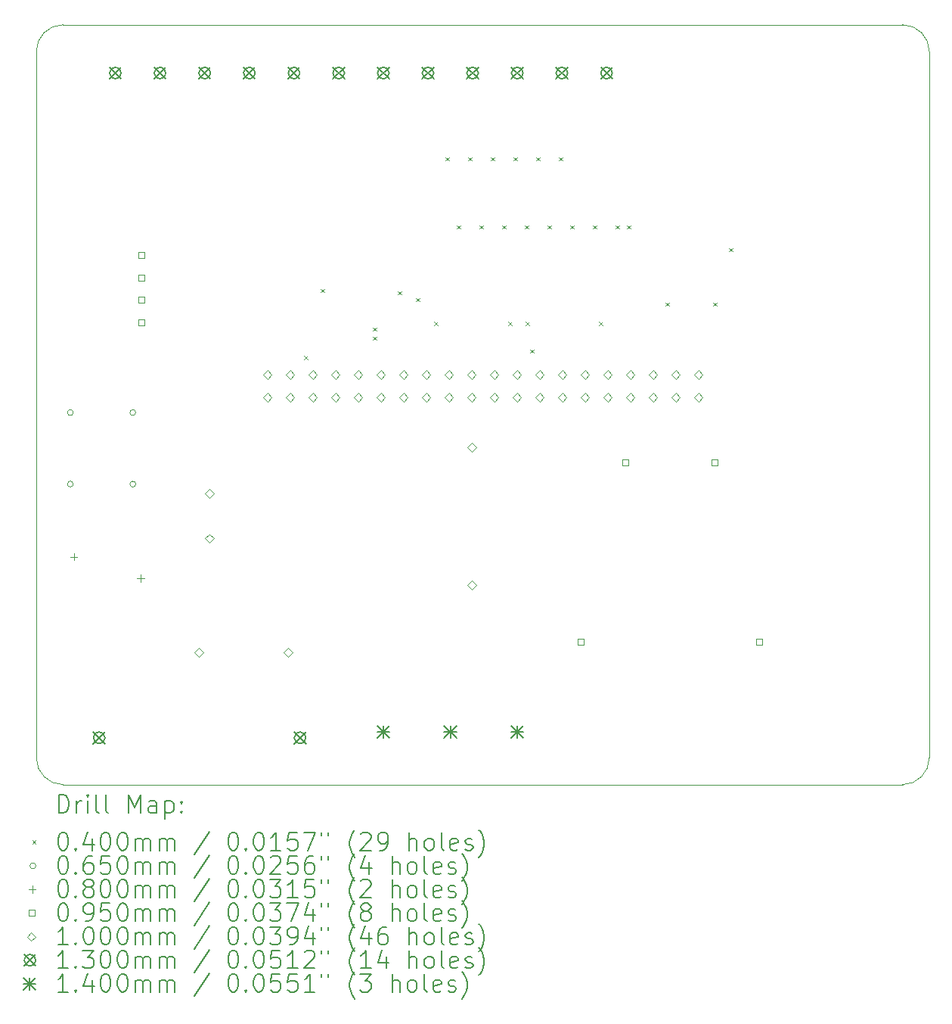
<source format=gbr>
%FSLAX45Y45*%
G04 Gerber Fmt 4.5, Leading zero omitted, Abs format (unit mm)*
G04 Created by KiCad (PCBNEW (6.0.4-0)) date 2022-04-04 15:41:06*
%MOMM*%
%LPD*%
G01*
G04 APERTURE LIST*
%TA.AperFunction,Profile*%
%ADD10C,0.100000*%
%TD*%
%ADD11C,0.200000*%
%ADD12C,0.040000*%
%ADD13C,0.065000*%
%ADD14C,0.080000*%
%ADD15C,0.095000*%
%ADD16C,0.100000*%
%ADD17C,0.130000*%
%ADD18C,0.140000*%
G04 APERTURE END LIST*
D10*
X10300000Y-4850000D02*
G75*
G03*
X10000000Y-5150000I0J-300000D01*
G01*
X20000000Y-5150000D02*
G75*
G03*
X19700000Y-4850000I-300000J0D01*
G01*
X10300000Y-4850000D02*
X19700000Y-4850000D01*
X10000000Y-13050000D02*
G75*
G03*
X10300000Y-13350000I300000J0D01*
G01*
X20000000Y-5150000D02*
X20000000Y-13050000D01*
X19700000Y-13350000D02*
G75*
G03*
X20000000Y-13050000I0J300000D01*
G01*
X19700000Y-13350000D02*
X10300000Y-13350000D01*
X10000000Y-13050000D02*
X10000000Y-5150000D01*
D11*
D12*
X12997500Y-8552500D02*
X13037500Y-8592500D01*
X13037500Y-8552500D02*
X12997500Y-8592500D01*
X13188000Y-7805050D02*
X13228000Y-7845050D01*
X13228000Y-7805050D02*
X13188000Y-7845050D01*
X13772200Y-8235000D02*
X13812200Y-8275000D01*
X13812200Y-8235000D02*
X13772200Y-8275000D01*
X13772200Y-8336600D02*
X13812200Y-8376600D01*
X13812200Y-8336600D02*
X13772200Y-8376600D01*
X14051601Y-7828600D02*
X14091601Y-7868600D01*
X14091601Y-7828600D02*
X14051601Y-7868600D01*
X14254800Y-7904800D02*
X14294800Y-7944800D01*
X14294800Y-7904800D02*
X14254800Y-7944800D01*
X14458000Y-8171500D02*
X14498000Y-8211500D01*
X14498000Y-8171500D02*
X14458000Y-8211500D01*
X14585000Y-6330000D02*
X14625000Y-6370000D01*
X14625000Y-6330000D02*
X14585000Y-6370000D01*
X14712000Y-7092000D02*
X14752000Y-7132000D01*
X14752000Y-7092000D02*
X14712000Y-7132000D01*
X14839000Y-6330000D02*
X14879000Y-6370000D01*
X14879000Y-6330000D02*
X14839000Y-6370000D01*
X14966000Y-7092000D02*
X15006000Y-7132000D01*
X15006000Y-7092000D02*
X14966000Y-7132000D01*
X15093000Y-6330000D02*
X15133000Y-6370000D01*
X15133000Y-6330000D02*
X15093000Y-6370000D01*
X15220000Y-7092000D02*
X15260000Y-7132000D01*
X15260000Y-7092000D02*
X15220000Y-7132000D01*
X15283500Y-8171500D02*
X15323500Y-8211500D01*
X15323500Y-8171500D02*
X15283500Y-8211500D01*
X15347000Y-6330000D02*
X15387000Y-6370000D01*
X15387000Y-6330000D02*
X15347000Y-6370000D01*
X15474000Y-7092000D02*
X15514000Y-7132000D01*
X15514000Y-7092000D02*
X15474000Y-7132000D01*
X15479050Y-8171500D02*
X15519050Y-8211500D01*
X15519050Y-8171500D02*
X15479050Y-8211500D01*
X15529125Y-8480625D02*
X15569125Y-8520625D01*
X15569125Y-8480625D02*
X15529125Y-8520625D01*
X15601000Y-6330000D02*
X15641000Y-6370000D01*
X15641000Y-6330000D02*
X15601000Y-6370000D01*
X15728000Y-7092000D02*
X15768000Y-7132000D01*
X15768000Y-7092000D02*
X15728000Y-7132000D01*
X15855000Y-6330000D02*
X15895000Y-6370000D01*
X15895000Y-6330000D02*
X15855000Y-6370000D01*
X15982000Y-7092000D02*
X16022000Y-7132000D01*
X16022000Y-7092000D02*
X15982000Y-7132000D01*
X16236000Y-7092000D02*
X16276000Y-7132000D01*
X16276000Y-7092000D02*
X16236000Y-7132000D01*
X16299500Y-8171500D02*
X16339500Y-8211500D01*
X16339500Y-8171500D02*
X16299500Y-8211500D01*
X16490000Y-7092000D02*
X16530000Y-7132000D01*
X16530000Y-7092000D02*
X16490000Y-7132000D01*
X16617000Y-7092000D02*
X16657000Y-7132000D01*
X16657000Y-7092000D02*
X16617000Y-7132000D01*
X17048800Y-7955600D02*
X17088800Y-7995600D01*
X17088800Y-7955600D02*
X17048800Y-7995600D01*
X17582200Y-7955600D02*
X17622200Y-7995600D01*
X17622200Y-7955600D02*
X17582200Y-7995600D01*
X17760000Y-7346000D02*
X17800000Y-7386000D01*
X17800000Y-7346000D02*
X17760000Y-7386000D01*
D13*
X10414000Y-9188500D02*
G75*
G03*
X10414000Y-9188500I-32500J0D01*
G01*
X10414000Y-9988500D02*
G75*
G03*
X10414000Y-9988500I-32500J0D01*
G01*
X11114000Y-9188500D02*
G75*
G03*
X11114000Y-9188500I-32500J0D01*
G01*
X11114000Y-9988500D02*
G75*
G03*
X11114000Y-9988500I-32500J0D01*
G01*
D14*
X10420000Y-10762000D02*
X10420000Y-10842000D01*
X10380000Y-10802000D02*
X10460000Y-10802000D01*
X11170000Y-11002000D02*
X11170000Y-11082000D01*
X11130000Y-11042000D02*
X11210000Y-11042000D01*
D15*
X11209588Y-7463088D02*
X11209588Y-7395912D01*
X11142412Y-7395912D01*
X11142412Y-7463088D01*
X11209588Y-7463088D01*
X11209588Y-7713088D02*
X11209588Y-7645912D01*
X11142412Y-7645912D01*
X11142412Y-7713088D01*
X11209588Y-7713088D01*
X11209588Y-7963088D02*
X11209588Y-7895912D01*
X11142412Y-7895912D01*
X11142412Y-7963088D01*
X11209588Y-7963088D01*
X11209588Y-8213088D02*
X11209588Y-8145912D01*
X11142412Y-8145912D01*
X11142412Y-8213088D01*
X11209588Y-8213088D01*
X16127788Y-11783588D02*
X16127788Y-11716412D01*
X16060612Y-11716412D01*
X16060612Y-11783588D01*
X16127788Y-11783588D01*
X16627788Y-9783588D02*
X16627788Y-9716412D01*
X16560612Y-9716412D01*
X16560612Y-9783588D01*
X16627788Y-9783588D01*
X17627788Y-9783588D02*
X17627788Y-9716412D01*
X17560612Y-9716412D01*
X17560612Y-9783588D01*
X17627788Y-9783588D01*
X18127788Y-11783588D02*
X18127788Y-11716412D01*
X18060612Y-11716412D01*
X18060612Y-11783588D01*
X18127788Y-11783588D01*
D16*
X11819000Y-11924500D02*
X11869000Y-11874500D01*
X11819000Y-11824500D01*
X11769000Y-11874500D01*
X11819000Y-11924500D01*
X11938000Y-10146500D02*
X11988000Y-10096500D01*
X11938000Y-10046500D01*
X11888000Y-10096500D01*
X11938000Y-10146500D01*
X11938000Y-10646500D02*
X11988000Y-10596500D01*
X11938000Y-10546500D01*
X11888000Y-10596500D01*
X11938000Y-10646500D01*
X12587000Y-8813000D02*
X12637000Y-8763000D01*
X12587000Y-8713000D01*
X12537000Y-8763000D01*
X12587000Y-8813000D01*
X12587000Y-9067000D02*
X12637000Y-9017000D01*
X12587000Y-8967000D01*
X12537000Y-9017000D01*
X12587000Y-9067000D01*
X12819000Y-11924500D02*
X12869000Y-11874500D01*
X12819000Y-11824500D01*
X12769000Y-11874500D01*
X12819000Y-11924500D01*
X12841000Y-8813000D02*
X12891000Y-8763000D01*
X12841000Y-8713000D01*
X12791000Y-8763000D01*
X12841000Y-8813000D01*
X12841000Y-9067000D02*
X12891000Y-9017000D01*
X12841000Y-8967000D01*
X12791000Y-9017000D01*
X12841000Y-9067000D01*
X13095000Y-8813000D02*
X13145000Y-8763000D01*
X13095000Y-8713000D01*
X13045000Y-8763000D01*
X13095000Y-8813000D01*
X13095000Y-9067000D02*
X13145000Y-9017000D01*
X13095000Y-8967000D01*
X13045000Y-9017000D01*
X13095000Y-9067000D01*
X13349000Y-8813000D02*
X13399000Y-8763000D01*
X13349000Y-8713000D01*
X13299000Y-8763000D01*
X13349000Y-8813000D01*
X13349000Y-9067000D02*
X13399000Y-9017000D01*
X13349000Y-8967000D01*
X13299000Y-9017000D01*
X13349000Y-9067000D01*
X13603000Y-8813000D02*
X13653000Y-8763000D01*
X13603000Y-8713000D01*
X13553000Y-8763000D01*
X13603000Y-8813000D01*
X13603000Y-9067000D02*
X13653000Y-9017000D01*
X13603000Y-8967000D01*
X13553000Y-9017000D01*
X13603000Y-9067000D01*
X13857000Y-8813000D02*
X13907000Y-8763000D01*
X13857000Y-8713000D01*
X13807000Y-8763000D01*
X13857000Y-8813000D01*
X13857000Y-9067000D02*
X13907000Y-9017000D01*
X13857000Y-8967000D01*
X13807000Y-9017000D01*
X13857000Y-9067000D01*
X14111000Y-8813000D02*
X14161000Y-8763000D01*
X14111000Y-8713000D01*
X14061000Y-8763000D01*
X14111000Y-8813000D01*
X14111000Y-9067000D02*
X14161000Y-9017000D01*
X14111000Y-8967000D01*
X14061000Y-9017000D01*
X14111000Y-9067000D01*
X14365000Y-8813000D02*
X14415000Y-8763000D01*
X14365000Y-8713000D01*
X14315000Y-8763000D01*
X14365000Y-8813000D01*
X14365000Y-9067000D02*
X14415000Y-9017000D01*
X14365000Y-8967000D01*
X14315000Y-9017000D01*
X14365000Y-9067000D01*
X14619000Y-8813000D02*
X14669000Y-8763000D01*
X14619000Y-8713000D01*
X14569000Y-8763000D01*
X14619000Y-8813000D01*
X14619000Y-9067000D02*
X14669000Y-9017000D01*
X14619000Y-8967000D01*
X14569000Y-9017000D01*
X14619000Y-9067000D01*
X14873000Y-8813000D02*
X14923000Y-8763000D01*
X14873000Y-8713000D01*
X14823000Y-8763000D01*
X14873000Y-8813000D01*
X14873000Y-9067000D02*
X14923000Y-9017000D01*
X14873000Y-8967000D01*
X14823000Y-9017000D01*
X14873000Y-9067000D01*
X14878000Y-9626500D02*
X14928000Y-9576500D01*
X14878000Y-9526500D01*
X14828000Y-9576500D01*
X14878000Y-9626500D01*
X14878000Y-11166500D02*
X14928000Y-11116500D01*
X14878000Y-11066500D01*
X14828000Y-11116500D01*
X14878000Y-11166500D01*
X15127000Y-8813000D02*
X15177000Y-8763000D01*
X15127000Y-8713000D01*
X15077000Y-8763000D01*
X15127000Y-8813000D01*
X15127000Y-9067000D02*
X15177000Y-9017000D01*
X15127000Y-8967000D01*
X15077000Y-9017000D01*
X15127000Y-9067000D01*
X15381000Y-8813000D02*
X15431000Y-8763000D01*
X15381000Y-8713000D01*
X15331000Y-8763000D01*
X15381000Y-8813000D01*
X15381000Y-9067000D02*
X15431000Y-9017000D01*
X15381000Y-8967000D01*
X15331000Y-9017000D01*
X15381000Y-9067000D01*
X15635000Y-8813000D02*
X15685000Y-8763000D01*
X15635000Y-8713000D01*
X15585000Y-8763000D01*
X15635000Y-8813000D01*
X15635000Y-9067000D02*
X15685000Y-9017000D01*
X15635000Y-8967000D01*
X15585000Y-9017000D01*
X15635000Y-9067000D01*
X15889000Y-8813000D02*
X15939000Y-8763000D01*
X15889000Y-8713000D01*
X15839000Y-8763000D01*
X15889000Y-8813000D01*
X15889000Y-9067000D02*
X15939000Y-9017000D01*
X15889000Y-8967000D01*
X15839000Y-9017000D01*
X15889000Y-9067000D01*
X16143000Y-8813000D02*
X16193000Y-8763000D01*
X16143000Y-8713000D01*
X16093000Y-8763000D01*
X16143000Y-8813000D01*
X16143000Y-9067000D02*
X16193000Y-9017000D01*
X16143000Y-8967000D01*
X16093000Y-9017000D01*
X16143000Y-9067000D01*
X16397000Y-8813000D02*
X16447000Y-8763000D01*
X16397000Y-8713000D01*
X16347000Y-8763000D01*
X16397000Y-8813000D01*
X16397000Y-9067000D02*
X16447000Y-9017000D01*
X16397000Y-8967000D01*
X16347000Y-9017000D01*
X16397000Y-9067000D01*
X16651000Y-8813000D02*
X16701000Y-8763000D01*
X16651000Y-8713000D01*
X16601000Y-8763000D01*
X16651000Y-8813000D01*
X16651000Y-9067000D02*
X16701000Y-9017000D01*
X16651000Y-8967000D01*
X16601000Y-9017000D01*
X16651000Y-9067000D01*
X16905000Y-8813000D02*
X16955000Y-8763000D01*
X16905000Y-8713000D01*
X16855000Y-8763000D01*
X16905000Y-8813000D01*
X16905000Y-9067000D02*
X16955000Y-9017000D01*
X16905000Y-8967000D01*
X16855000Y-9017000D01*
X16905000Y-9067000D01*
X17159000Y-8813000D02*
X17209000Y-8763000D01*
X17159000Y-8713000D01*
X17109000Y-8763000D01*
X17159000Y-8813000D01*
X17159000Y-9067000D02*
X17209000Y-9017000D01*
X17159000Y-8967000D01*
X17109000Y-9017000D01*
X17159000Y-9067000D01*
X17413000Y-8813000D02*
X17463000Y-8763000D01*
X17413000Y-8713000D01*
X17363000Y-8763000D01*
X17413000Y-8813000D01*
X17413000Y-9067000D02*
X17463000Y-9017000D01*
X17413000Y-8967000D01*
X17363000Y-9017000D01*
X17413000Y-9067000D01*
D17*
X10639000Y-12762000D02*
X10769000Y-12892000D01*
X10769000Y-12762000D02*
X10639000Y-12892000D01*
X10769000Y-12827000D02*
G75*
G03*
X10769000Y-12827000I-65000J0D01*
G01*
X10821000Y-5325000D02*
X10951000Y-5455000D01*
X10951000Y-5325000D02*
X10821000Y-5455000D01*
X10951000Y-5390000D02*
G75*
G03*
X10951000Y-5390000I-65000J0D01*
G01*
X11321000Y-5325000D02*
X11451000Y-5455000D01*
X11451000Y-5325000D02*
X11321000Y-5455000D01*
X11451000Y-5390000D02*
G75*
G03*
X11451000Y-5390000I-65000J0D01*
G01*
X11821000Y-5325000D02*
X11951000Y-5455000D01*
X11951000Y-5325000D02*
X11821000Y-5455000D01*
X11951000Y-5390000D02*
G75*
G03*
X11951000Y-5390000I-65000J0D01*
G01*
X12321000Y-5325000D02*
X12451000Y-5455000D01*
X12451000Y-5325000D02*
X12321000Y-5455000D01*
X12451000Y-5390000D02*
G75*
G03*
X12451000Y-5390000I-65000J0D01*
G01*
X12821000Y-5325000D02*
X12951000Y-5455000D01*
X12951000Y-5325000D02*
X12821000Y-5455000D01*
X12951000Y-5390000D02*
G75*
G03*
X12951000Y-5390000I-65000J0D01*
G01*
X12889000Y-12762000D02*
X13019000Y-12892000D01*
X13019000Y-12762000D02*
X12889000Y-12892000D01*
X13019000Y-12827000D02*
G75*
G03*
X13019000Y-12827000I-65000J0D01*
G01*
X13321000Y-5325000D02*
X13451000Y-5455000D01*
X13451000Y-5325000D02*
X13321000Y-5455000D01*
X13451000Y-5390000D02*
G75*
G03*
X13451000Y-5390000I-65000J0D01*
G01*
X13821000Y-5325000D02*
X13951000Y-5455000D01*
X13951000Y-5325000D02*
X13821000Y-5455000D01*
X13951000Y-5390000D02*
G75*
G03*
X13951000Y-5390000I-65000J0D01*
G01*
X14321000Y-5325000D02*
X14451000Y-5455000D01*
X14451000Y-5325000D02*
X14321000Y-5455000D01*
X14451000Y-5390000D02*
G75*
G03*
X14451000Y-5390000I-65000J0D01*
G01*
X14821000Y-5325000D02*
X14951000Y-5455000D01*
X14951000Y-5325000D02*
X14821000Y-5455000D01*
X14951000Y-5390000D02*
G75*
G03*
X14951000Y-5390000I-65000J0D01*
G01*
X15321000Y-5325000D02*
X15451000Y-5455000D01*
X15451000Y-5325000D02*
X15321000Y-5455000D01*
X15451000Y-5390000D02*
G75*
G03*
X15451000Y-5390000I-65000J0D01*
G01*
X15821000Y-5325000D02*
X15951000Y-5455000D01*
X15951000Y-5325000D02*
X15821000Y-5455000D01*
X15951000Y-5390000D02*
G75*
G03*
X15951000Y-5390000I-65000J0D01*
G01*
X16321000Y-5325000D02*
X16451000Y-5455000D01*
X16451000Y-5325000D02*
X16321000Y-5455000D01*
X16451000Y-5390000D02*
G75*
G03*
X16451000Y-5390000I-65000J0D01*
G01*
D18*
X13816000Y-12690000D02*
X13956000Y-12830000D01*
X13956000Y-12690000D02*
X13816000Y-12830000D01*
X13886000Y-12690000D02*
X13886000Y-12830000D01*
X13816000Y-12760000D02*
X13956000Y-12760000D01*
X14566000Y-12690000D02*
X14706000Y-12830000D01*
X14706000Y-12690000D02*
X14566000Y-12830000D01*
X14636000Y-12690000D02*
X14636000Y-12830000D01*
X14566000Y-12760000D02*
X14706000Y-12760000D01*
X15316000Y-12690000D02*
X15456000Y-12830000D01*
X15456000Y-12690000D02*
X15316000Y-12830000D01*
X15386000Y-12690000D02*
X15386000Y-12830000D01*
X15316000Y-12760000D02*
X15456000Y-12760000D01*
D11*
X10252619Y-13665476D02*
X10252619Y-13465476D01*
X10300238Y-13465476D01*
X10328810Y-13475000D01*
X10347857Y-13494048D01*
X10357381Y-13513095D01*
X10366905Y-13551190D01*
X10366905Y-13579762D01*
X10357381Y-13617857D01*
X10347857Y-13636905D01*
X10328810Y-13655952D01*
X10300238Y-13665476D01*
X10252619Y-13665476D01*
X10452619Y-13665476D02*
X10452619Y-13532143D01*
X10452619Y-13570238D02*
X10462143Y-13551190D01*
X10471667Y-13541667D01*
X10490714Y-13532143D01*
X10509762Y-13532143D01*
X10576429Y-13665476D02*
X10576429Y-13532143D01*
X10576429Y-13465476D02*
X10566905Y-13475000D01*
X10576429Y-13484524D01*
X10585952Y-13475000D01*
X10576429Y-13465476D01*
X10576429Y-13484524D01*
X10700238Y-13665476D02*
X10681190Y-13655952D01*
X10671667Y-13636905D01*
X10671667Y-13465476D01*
X10805000Y-13665476D02*
X10785952Y-13655952D01*
X10776429Y-13636905D01*
X10776429Y-13465476D01*
X11033571Y-13665476D02*
X11033571Y-13465476D01*
X11100238Y-13608333D01*
X11166905Y-13465476D01*
X11166905Y-13665476D01*
X11347857Y-13665476D02*
X11347857Y-13560714D01*
X11338333Y-13541667D01*
X11319286Y-13532143D01*
X11281190Y-13532143D01*
X11262143Y-13541667D01*
X11347857Y-13655952D02*
X11328809Y-13665476D01*
X11281190Y-13665476D01*
X11262143Y-13655952D01*
X11252619Y-13636905D01*
X11252619Y-13617857D01*
X11262143Y-13598809D01*
X11281190Y-13589286D01*
X11328809Y-13589286D01*
X11347857Y-13579762D01*
X11443095Y-13532143D02*
X11443095Y-13732143D01*
X11443095Y-13541667D02*
X11462143Y-13532143D01*
X11500238Y-13532143D01*
X11519286Y-13541667D01*
X11528809Y-13551190D01*
X11538333Y-13570238D01*
X11538333Y-13627381D01*
X11528809Y-13646428D01*
X11519286Y-13655952D01*
X11500238Y-13665476D01*
X11462143Y-13665476D01*
X11443095Y-13655952D01*
X11624048Y-13646428D02*
X11633571Y-13655952D01*
X11624048Y-13665476D01*
X11614524Y-13655952D01*
X11624048Y-13646428D01*
X11624048Y-13665476D01*
X11624048Y-13541667D02*
X11633571Y-13551190D01*
X11624048Y-13560714D01*
X11614524Y-13551190D01*
X11624048Y-13541667D01*
X11624048Y-13560714D01*
D12*
X9955000Y-13975000D02*
X9995000Y-14015000D01*
X9995000Y-13975000D02*
X9955000Y-14015000D01*
D11*
X10290714Y-13885476D02*
X10309762Y-13885476D01*
X10328810Y-13895000D01*
X10338333Y-13904524D01*
X10347857Y-13923571D01*
X10357381Y-13961667D01*
X10357381Y-14009286D01*
X10347857Y-14047381D01*
X10338333Y-14066428D01*
X10328810Y-14075952D01*
X10309762Y-14085476D01*
X10290714Y-14085476D01*
X10271667Y-14075952D01*
X10262143Y-14066428D01*
X10252619Y-14047381D01*
X10243095Y-14009286D01*
X10243095Y-13961667D01*
X10252619Y-13923571D01*
X10262143Y-13904524D01*
X10271667Y-13895000D01*
X10290714Y-13885476D01*
X10443095Y-14066428D02*
X10452619Y-14075952D01*
X10443095Y-14085476D01*
X10433571Y-14075952D01*
X10443095Y-14066428D01*
X10443095Y-14085476D01*
X10624048Y-13952143D02*
X10624048Y-14085476D01*
X10576429Y-13875952D02*
X10528810Y-14018809D01*
X10652619Y-14018809D01*
X10766905Y-13885476D02*
X10785952Y-13885476D01*
X10805000Y-13895000D01*
X10814524Y-13904524D01*
X10824048Y-13923571D01*
X10833571Y-13961667D01*
X10833571Y-14009286D01*
X10824048Y-14047381D01*
X10814524Y-14066428D01*
X10805000Y-14075952D01*
X10785952Y-14085476D01*
X10766905Y-14085476D01*
X10747857Y-14075952D01*
X10738333Y-14066428D01*
X10728810Y-14047381D01*
X10719286Y-14009286D01*
X10719286Y-13961667D01*
X10728810Y-13923571D01*
X10738333Y-13904524D01*
X10747857Y-13895000D01*
X10766905Y-13885476D01*
X10957381Y-13885476D02*
X10976429Y-13885476D01*
X10995476Y-13895000D01*
X11005000Y-13904524D01*
X11014524Y-13923571D01*
X11024048Y-13961667D01*
X11024048Y-14009286D01*
X11014524Y-14047381D01*
X11005000Y-14066428D01*
X10995476Y-14075952D01*
X10976429Y-14085476D01*
X10957381Y-14085476D01*
X10938333Y-14075952D01*
X10928810Y-14066428D01*
X10919286Y-14047381D01*
X10909762Y-14009286D01*
X10909762Y-13961667D01*
X10919286Y-13923571D01*
X10928810Y-13904524D01*
X10938333Y-13895000D01*
X10957381Y-13885476D01*
X11109762Y-14085476D02*
X11109762Y-13952143D01*
X11109762Y-13971190D02*
X11119286Y-13961667D01*
X11138333Y-13952143D01*
X11166905Y-13952143D01*
X11185952Y-13961667D01*
X11195476Y-13980714D01*
X11195476Y-14085476D01*
X11195476Y-13980714D02*
X11205000Y-13961667D01*
X11224048Y-13952143D01*
X11252619Y-13952143D01*
X11271667Y-13961667D01*
X11281190Y-13980714D01*
X11281190Y-14085476D01*
X11376428Y-14085476D02*
X11376428Y-13952143D01*
X11376428Y-13971190D02*
X11385952Y-13961667D01*
X11405000Y-13952143D01*
X11433571Y-13952143D01*
X11452619Y-13961667D01*
X11462143Y-13980714D01*
X11462143Y-14085476D01*
X11462143Y-13980714D02*
X11471667Y-13961667D01*
X11490714Y-13952143D01*
X11519286Y-13952143D01*
X11538333Y-13961667D01*
X11547857Y-13980714D01*
X11547857Y-14085476D01*
X11938333Y-13875952D02*
X11766905Y-14133095D01*
X12195476Y-13885476D02*
X12214524Y-13885476D01*
X12233571Y-13895000D01*
X12243095Y-13904524D01*
X12252619Y-13923571D01*
X12262143Y-13961667D01*
X12262143Y-14009286D01*
X12252619Y-14047381D01*
X12243095Y-14066428D01*
X12233571Y-14075952D01*
X12214524Y-14085476D01*
X12195476Y-14085476D01*
X12176428Y-14075952D01*
X12166905Y-14066428D01*
X12157381Y-14047381D01*
X12147857Y-14009286D01*
X12147857Y-13961667D01*
X12157381Y-13923571D01*
X12166905Y-13904524D01*
X12176428Y-13895000D01*
X12195476Y-13885476D01*
X12347857Y-14066428D02*
X12357381Y-14075952D01*
X12347857Y-14085476D01*
X12338333Y-14075952D01*
X12347857Y-14066428D01*
X12347857Y-14085476D01*
X12481190Y-13885476D02*
X12500238Y-13885476D01*
X12519286Y-13895000D01*
X12528809Y-13904524D01*
X12538333Y-13923571D01*
X12547857Y-13961667D01*
X12547857Y-14009286D01*
X12538333Y-14047381D01*
X12528809Y-14066428D01*
X12519286Y-14075952D01*
X12500238Y-14085476D01*
X12481190Y-14085476D01*
X12462143Y-14075952D01*
X12452619Y-14066428D01*
X12443095Y-14047381D01*
X12433571Y-14009286D01*
X12433571Y-13961667D01*
X12443095Y-13923571D01*
X12452619Y-13904524D01*
X12462143Y-13895000D01*
X12481190Y-13885476D01*
X12738333Y-14085476D02*
X12624048Y-14085476D01*
X12681190Y-14085476D02*
X12681190Y-13885476D01*
X12662143Y-13914048D01*
X12643095Y-13933095D01*
X12624048Y-13942619D01*
X12919286Y-13885476D02*
X12824048Y-13885476D01*
X12814524Y-13980714D01*
X12824048Y-13971190D01*
X12843095Y-13961667D01*
X12890714Y-13961667D01*
X12909762Y-13971190D01*
X12919286Y-13980714D01*
X12928809Y-13999762D01*
X12928809Y-14047381D01*
X12919286Y-14066428D01*
X12909762Y-14075952D01*
X12890714Y-14085476D01*
X12843095Y-14085476D01*
X12824048Y-14075952D01*
X12814524Y-14066428D01*
X12995476Y-13885476D02*
X13128809Y-13885476D01*
X13043095Y-14085476D01*
X13195476Y-13885476D02*
X13195476Y-13923571D01*
X13271667Y-13885476D02*
X13271667Y-13923571D01*
X13566905Y-14161667D02*
X13557381Y-14152143D01*
X13538333Y-14123571D01*
X13528809Y-14104524D01*
X13519286Y-14075952D01*
X13509762Y-14028333D01*
X13509762Y-13990238D01*
X13519286Y-13942619D01*
X13528809Y-13914048D01*
X13538333Y-13895000D01*
X13557381Y-13866428D01*
X13566905Y-13856905D01*
X13633571Y-13904524D02*
X13643095Y-13895000D01*
X13662143Y-13885476D01*
X13709762Y-13885476D01*
X13728809Y-13895000D01*
X13738333Y-13904524D01*
X13747857Y-13923571D01*
X13747857Y-13942619D01*
X13738333Y-13971190D01*
X13624048Y-14085476D01*
X13747857Y-14085476D01*
X13843095Y-14085476D02*
X13881190Y-14085476D01*
X13900238Y-14075952D01*
X13909762Y-14066428D01*
X13928809Y-14037857D01*
X13938333Y-13999762D01*
X13938333Y-13923571D01*
X13928809Y-13904524D01*
X13919286Y-13895000D01*
X13900238Y-13885476D01*
X13862143Y-13885476D01*
X13843095Y-13895000D01*
X13833571Y-13904524D01*
X13824048Y-13923571D01*
X13824048Y-13971190D01*
X13833571Y-13990238D01*
X13843095Y-13999762D01*
X13862143Y-14009286D01*
X13900238Y-14009286D01*
X13919286Y-13999762D01*
X13928809Y-13990238D01*
X13938333Y-13971190D01*
X14176428Y-14085476D02*
X14176428Y-13885476D01*
X14262143Y-14085476D02*
X14262143Y-13980714D01*
X14252619Y-13961667D01*
X14233571Y-13952143D01*
X14205000Y-13952143D01*
X14185952Y-13961667D01*
X14176428Y-13971190D01*
X14385952Y-14085476D02*
X14366905Y-14075952D01*
X14357381Y-14066428D01*
X14347857Y-14047381D01*
X14347857Y-13990238D01*
X14357381Y-13971190D01*
X14366905Y-13961667D01*
X14385952Y-13952143D01*
X14414524Y-13952143D01*
X14433571Y-13961667D01*
X14443095Y-13971190D01*
X14452619Y-13990238D01*
X14452619Y-14047381D01*
X14443095Y-14066428D01*
X14433571Y-14075952D01*
X14414524Y-14085476D01*
X14385952Y-14085476D01*
X14566905Y-14085476D02*
X14547857Y-14075952D01*
X14538333Y-14056905D01*
X14538333Y-13885476D01*
X14719286Y-14075952D02*
X14700238Y-14085476D01*
X14662143Y-14085476D01*
X14643095Y-14075952D01*
X14633571Y-14056905D01*
X14633571Y-13980714D01*
X14643095Y-13961667D01*
X14662143Y-13952143D01*
X14700238Y-13952143D01*
X14719286Y-13961667D01*
X14728809Y-13980714D01*
X14728809Y-13999762D01*
X14633571Y-14018809D01*
X14805000Y-14075952D02*
X14824048Y-14085476D01*
X14862143Y-14085476D01*
X14881190Y-14075952D01*
X14890714Y-14056905D01*
X14890714Y-14047381D01*
X14881190Y-14028333D01*
X14862143Y-14018809D01*
X14833571Y-14018809D01*
X14814524Y-14009286D01*
X14805000Y-13990238D01*
X14805000Y-13980714D01*
X14814524Y-13961667D01*
X14833571Y-13952143D01*
X14862143Y-13952143D01*
X14881190Y-13961667D01*
X14957381Y-14161667D02*
X14966905Y-14152143D01*
X14985952Y-14123571D01*
X14995476Y-14104524D01*
X15005000Y-14075952D01*
X15014524Y-14028333D01*
X15014524Y-13990238D01*
X15005000Y-13942619D01*
X14995476Y-13914048D01*
X14985952Y-13895000D01*
X14966905Y-13866428D01*
X14957381Y-13856905D01*
D13*
X9995000Y-14259000D02*
G75*
G03*
X9995000Y-14259000I-32500J0D01*
G01*
D11*
X10290714Y-14149476D02*
X10309762Y-14149476D01*
X10328810Y-14159000D01*
X10338333Y-14168524D01*
X10347857Y-14187571D01*
X10357381Y-14225667D01*
X10357381Y-14273286D01*
X10347857Y-14311381D01*
X10338333Y-14330428D01*
X10328810Y-14339952D01*
X10309762Y-14349476D01*
X10290714Y-14349476D01*
X10271667Y-14339952D01*
X10262143Y-14330428D01*
X10252619Y-14311381D01*
X10243095Y-14273286D01*
X10243095Y-14225667D01*
X10252619Y-14187571D01*
X10262143Y-14168524D01*
X10271667Y-14159000D01*
X10290714Y-14149476D01*
X10443095Y-14330428D02*
X10452619Y-14339952D01*
X10443095Y-14349476D01*
X10433571Y-14339952D01*
X10443095Y-14330428D01*
X10443095Y-14349476D01*
X10624048Y-14149476D02*
X10585952Y-14149476D01*
X10566905Y-14159000D01*
X10557381Y-14168524D01*
X10538333Y-14197095D01*
X10528810Y-14235190D01*
X10528810Y-14311381D01*
X10538333Y-14330428D01*
X10547857Y-14339952D01*
X10566905Y-14349476D01*
X10605000Y-14349476D01*
X10624048Y-14339952D01*
X10633571Y-14330428D01*
X10643095Y-14311381D01*
X10643095Y-14263762D01*
X10633571Y-14244714D01*
X10624048Y-14235190D01*
X10605000Y-14225667D01*
X10566905Y-14225667D01*
X10547857Y-14235190D01*
X10538333Y-14244714D01*
X10528810Y-14263762D01*
X10824048Y-14149476D02*
X10728810Y-14149476D01*
X10719286Y-14244714D01*
X10728810Y-14235190D01*
X10747857Y-14225667D01*
X10795476Y-14225667D01*
X10814524Y-14235190D01*
X10824048Y-14244714D01*
X10833571Y-14263762D01*
X10833571Y-14311381D01*
X10824048Y-14330428D01*
X10814524Y-14339952D01*
X10795476Y-14349476D01*
X10747857Y-14349476D01*
X10728810Y-14339952D01*
X10719286Y-14330428D01*
X10957381Y-14149476D02*
X10976429Y-14149476D01*
X10995476Y-14159000D01*
X11005000Y-14168524D01*
X11014524Y-14187571D01*
X11024048Y-14225667D01*
X11024048Y-14273286D01*
X11014524Y-14311381D01*
X11005000Y-14330428D01*
X10995476Y-14339952D01*
X10976429Y-14349476D01*
X10957381Y-14349476D01*
X10938333Y-14339952D01*
X10928810Y-14330428D01*
X10919286Y-14311381D01*
X10909762Y-14273286D01*
X10909762Y-14225667D01*
X10919286Y-14187571D01*
X10928810Y-14168524D01*
X10938333Y-14159000D01*
X10957381Y-14149476D01*
X11109762Y-14349476D02*
X11109762Y-14216143D01*
X11109762Y-14235190D02*
X11119286Y-14225667D01*
X11138333Y-14216143D01*
X11166905Y-14216143D01*
X11185952Y-14225667D01*
X11195476Y-14244714D01*
X11195476Y-14349476D01*
X11195476Y-14244714D02*
X11205000Y-14225667D01*
X11224048Y-14216143D01*
X11252619Y-14216143D01*
X11271667Y-14225667D01*
X11281190Y-14244714D01*
X11281190Y-14349476D01*
X11376428Y-14349476D02*
X11376428Y-14216143D01*
X11376428Y-14235190D02*
X11385952Y-14225667D01*
X11405000Y-14216143D01*
X11433571Y-14216143D01*
X11452619Y-14225667D01*
X11462143Y-14244714D01*
X11462143Y-14349476D01*
X11462143Y-14244714D02*
X11471667Y-14225667D01*
X11490714Y-14216143D01*
X11519286Y-14216143D01*
X11538333Y-14225667D01*
X11547857Y-14244714D01*
X11547857Y-14349476D01*
X11938333Y-14139952D02*
X11766905Y-14397095D01*
X12195476Y-14149476D02*
X12214524Y-14149476D01*
X12233571Y-14159000D01*
X12243095Y-14168524D01*
X12252619Y-14187571D01*
X12262143Y-14225667D01*
X12262143Y-14273286D01*
X12252619Y-14311381D01*
X12243095Y-14330428D01*
X12233571Y-14339952D01*
X12214524Y-14349476D01*
X12195476Y-14349476D01*
X12176428Y-14339952D01*
X12166905Y-14330428D01*
X12157381Y-14311381D01*
X12147857Y-14273286D01*
X12147857Y-14225667D01*
X12157381Y-14187571D01*
X12166905Y-14168524D01*
X12176428Y-14159000D01*
X12195476Y-14149476D01*
X12347857Y-14330428D02*
X12357381Y-14339952D01*
X12347857Y-14349476D01*
X12338333Y-14339952D01*
X12347857Y-14330428D01*
X12347857Y-14349476D01*
X12481190Y-14149476D02*
X12500238Y-14149476D01*
X12519286Y-14159000D01*
X12528809Y-14168524D01*
X12538333Y-14187571D01*
X12547857Y-14225667D01*
X12547857Y-14273286D01*
X12538333Y-14311381D01*
X12528809Y-14330428D01*
X12519286Y-14339952D01*
X12500238Y-14349476D01*
X12481190Y-14349476D01*
X12462143Y-14339952D01*
X12452619Y-14330428D01*
X12443095Y-14311381D01*
X12433571Y-14273286D01*
X12433571Y-14225667D01*
X12443095Y-14187571D01*
X12452619Y-14168524D01*
X12462143Y-14159000D01*
X12481190Y-14149476D01*
X12624048Y-14168524D02*
X12633571Y-14159000D01*
X12652619Y-14149476D01*
X12700238Y-14149476D01*
X12719286Y-14159000D01*
X12728809Y-14168524D01*
X12738333Y-14187571D01*
X12738333Y-14206619D01*
X12728809Y-14235190D01*
X12614524Y-14349476D01*
X12738333Y-14349476D01*
X12919286Y-14149476D02*
X12824048Y-14149476D01*
X12814524Y-14244714D01*
X12824048Y-14235190D01*
X12843095Y-14225667D01*
X12890714Y-14225667D01*
X12909762Y-14235190D01*
X12919286Y-14244714D01*
X12928809Y-14263762D01*
X12928809Y-14311381D01*
X12919286Y-14330428D01*
X12909762Y-14339952D01*
X12890714Y-14349476D01*
X12843095Y-14349476D01*
X12824048Y-14339952D01*
X12814524Y-14330428D01*
X13100238Y-14149476D02*
X13062143Y-14149476D01*
X13043095Y-14159000D01*
X13033571Y-14168524D01*
X13014524Y-14197095D01*
X13005000Y-14235190D01*
X13005000Y-14311381D01*
X13014524Y-14330428D01*
X13024048Y-14339952D01*
X13043095Y-14349476D01*
X13081190Y-14349476D01*
X13100238Y-14339952D01*
X13109762Y-14330428D01*
X13119286Y-14311381D01*
X13119286Y-14263762D01*
X13109762Y-14244714D01*
X13100238Y-14235190D01*
X13081190Y-14225667D01*
X13043095Y-14225667D01*
X13024048Y-14235190D01*
X13014524Y-14244714D01*
X13005000Y-14263762D01*
X13195476Y-14149476D02*
X13195476Y-14187571D01*
X13271667Y-14149476D02*
X13271667Y-14187571D01*
X13566905Y-14425667D02*
X13557381Y-14416143D01*
X13538333Y-14387571D01*
X13528809Y-14368524D01*
X13519286Y-14339952D01*
X13509762Y-14292333D01*
X13509762Y-14254238D01*
X13519286Y-14206619D01*
X13528809Y-14178048D01*
X13538333Y-14159000D01*
X13557381Y-14130428D01*
X13566905Y-14120905D01*
X13728809Y-14216143D02*
X13728809Y-14349476D01*
X13681190Y-14139952D02*
X13633571Y-14282809D01*
X13757381Y-14282809D01*
X13985952Y-14349476D02*
X13985952Y-14149476D01*
X14071667Y-14349476D02*
X14071667Y-14244714D01*
X14062143Y-14225667D01*
X14043095Y-14216143D01*
X14014524Y-14216143D01*
X13995476Y-14225667D01*
X13985952Y-14235190D01*
X14195476Y-14349476D02*
X14176428Y-14339952D01*
X14166905Y-14330428D01*
X14157381Y-14311381D01*
X14157381Y-14254238D01*
X14166905Y-14235190D01*
X14176428Y-14225667D01*
X14195476Y-14216143D01*
X14224048Y-14216143D01*
X14243095Y-14225667D01*
X14252619Y-14235190D01*
X14262143Y-14254238D01*
X14262143Y-14311381D01*
X14252619Y-14330428D01*
X14243095Y-14339952D01*
X14224048Y-14349476D01*
X14195476Y-14349476D01*
X14376428Y-14349476D02*
X14357381Y-14339952D01*
X14347857Y-14320905D01*
X14347857Y-14149476D01*
X14528809Y-14339952D02*
X14509762Y-14349476D01*
X14471667Y-14349476D01*
X14452619Y-14339952D01*
X14443095Y-14320905D01*
X14443095Y-14244714D01*
X14452619Y-14225667D01*
X14471667Y-14216143D01*
X14509762Y-14216143D01*
X14528809Y-14225667D01*
X14538333Y-14244714D01*
X14538333Y-14263762D01*
X14443095Y-14282809D01*
X14614524Y-14339952D02*
X14633571Y-14349476D01*
X14671667Y-14349476D01*
X14690714Y-14339952D01*
X14700238Y-14320905D01*
X14700238Y-14311381D01*
X14690714Y-14292333D01*
X14671667Y-14282809D01*
X14643095Y-14282809D01*
X14624048Y-14273286D01*
X14614524Y-14254238D01*
X14614524Y-14244714D01*
X14624048Y-14225667D01*
X14643095Y-14216143D01*
X14671667Y-14216143D01*
X14690714Y-14225667D01*
X14766905Y-14425667D02*
X14776428Y-14416143D01*
X14795476Y-14387571D01*
X14805000Y-14368524D01*
X14814524Y-14339952D01*
X14824048Y-14292333D01*
X14824048Y-14254238D01*
X14814524Y-14206619D01*
X14805000Y-14178048D01*
X14795476Y-14159000D01*
X14776428Y-14130428D01*
X14766905Y-14120905D01*
D14*
X9955000Y-14483000D02*
X9955000Y-14563000D01*
X9915000Y-14523000D02*
X9995000Y-14523000D01*
D11*
X10290714Y-14413476D02*
X10309762Y-14413476D01*
X10328810Y-14423000D01*
X10338333Y-14432524D01*
X10347857Y-14451571D01*
X10357381Y-14489667D01*
X10357381Y-14537286D01*
X10347857Y-14575381D01*
X10338333Y-14594428D01*
X10328810Y-14603952D01*
X10309762Y-14613476D01*
X10290714Y-14613476D01*
X10271667Y-14603952D01*
X10262143Y-14594428D01*
X10252619Y-14575381D01*
X10243095Y-14537286D01*
X10243095Y-14489667D01*
X10252619Y-14451571D01*
X10262143Y-14432524D01*
X10271667Y-14423000D01*
X10290714Y-14413476D01*
X10443095Y-14594428D02*
X10452619Y-14603952D01*
X10443095Y-14613476D01*
X10433571Y-14603952D01*
X10443095Y-14594428D01*
X10443095Y-14613476D01*
X10566905Y-14499190D02*
X10547857Y-14489667D01*
X10538333Y-14480143D01*
X10528810Y-14461095D01*
X10528810Y-14451571D01*
X10538333Y-14432524D01*
X10547857Y-14423000D01*
X10566905Y-14413476D01*
X10605000Y-14413476D01*
X10624048Y-14423000D01*
X10633571Y-14432524D01*
X10643095Y-14451571D01*
X10643095Y-14461095D01*
X10633571Y-14480143D01*
X10624048Y-14489667D01*
X10605000Y-14499190D01*
X10566905Y-14499190D01*
X10547857Y-14508714D01*
X10538333Y-14518238D01*
X10528810Y-14537286D01*
X10528810Y-14575381D01*
X10538333Y-14594428D01*
X10547857Y-14603952D01*
X10566905Y-14613476D01*
X10605000Y-14613476D01*
X10624048Y-14603952D01*
X10633571Y-14594428D01*
X10643095Y-14575381D01*
X10643095Y-14537286D01*
X10633571Y-14518238D01*
X10624048Y-14508714D01*
X10605000Y-14499190D01*
X10766905Y-14413476D02*
X10785952Y-14413476D01*
X10805000Y-14423000D01*
X10814524Y-14432524D01*
X10824048Y-14451571D01*
X10833571Y-14489667D01*
X10833571Y-14537286D01*
X10824048Y-14575381D01*
X10814524Y-14594428D01*
X10805000Y-14603952D01*
X10785952Y-14613476D01*
X10766905Y-14613476D01*
X10747857Y-14603952D01*
X10738333Y-14594428D01*
X10728810Y-14575381D01*
X10719286Y-14537286D01*
X10719286Y-14489667D01*
X10728810Y-14451571D01*
X10738333Y-14432524D01*
X10747857Y-14423000D01*
X10766905Y-14413476D01*
X10957381Y-14413476D02*
X10976429Y-14413476D01*
X10995476Y-14423000D01*
X11005000Y-14432524D01*
X11014524Y-14451571D01*
X11024048Y-14489667D01*
X11024048Y-14537286D01*
X11014524Y-14575381D01*
X11005000Y-14594428D01*
X10995476Y-14603952D01*
X10976429Y-14613476D01*
X10957381Y-14613476D01*
X10938333Y-14603952D01*
X10928810Y-14594428D01*
X10919286Y-14575381D01*
X10909762Y-14537286D01*
X10909762Y-14489667D01*
X10919286Y-14451571D01*
X10928810Y-14432524D01*
X10938333Y-14423000D01*
X10957381Y-14413476D01*
X11109762Y-14613476D02*
X11109762Y-14480143D01*
X11109762Y-14499190D02*
X11119286Y-14489667D01*
X11138333Y-14480143D01*
X11166905Y-14480143D01*
X11185952Y-14489667D01*
X11195476Y-14508714D01*
X11195476Y-14613476D01*
X11195476Y-14508714D02*
X11205000Y-14489667D01*
X11224048Y-14480143D01*
X11252619Y-14480143D01*
X11271667Y-14489667D01*
X11281190Y-14508714D01*
X11281190Y-14613476D01*
X11376428Y-14613476D02*
X11376428Y-14480143D01*
X11376428Y-14499190D02*
X11385952Y-14489667D01*
X11405000Y-14480143D01*
X11433571Y-14480143D01*
X11452619Y-14489667D01*
X11462143Y-14508714D01*
X11462143Y-14613476D01*
X11462143Y-14508714D02*
X11471667Y-14489667D01*
X11490714Y-14480143D01*
X11519286Y-14480143D01*
X11538333Y-14489667D01*
X11547857Y-14508714D01*
X11547857Y-14613476D01*
X11938333Y-14403952D02*
X11766905Y-14661095D01*
X12195476Y-14413476D02*
X12214524Y-14413476D01*
X12233571Y-14423000D01*
X12243095Y-14432524D01*
X12252619Y-14451571D01*
X12262143Y-14489667D01*
X12262143Y-14537286D01*
X12252619Y-14575381D01*
X12243095Y-14594428D01*
X12233571Y-14603952D01*
X12214524Y-14613476D01*
X12195476Y-14613476D01*
X12176428Y-14603952D01*
X12166905Y-14594428D01*
X12157381Y-14575381D01*
X12147857Y-14537286D01*
X12147857Y-14489667D01*
X12157381Y-14451571D01*
X12166905Y-14432524D01*
X12176428Y-14423000D01*
X12195476Y-14413476D01*
X12347857Y-14594428D02*
X12357381Y-14603952D01*
X12347857Y-14613476D01*
X12338333Y-14603952D01*
X12347857Y-14594428D01*
X12347857Y-14613476D01*
X12481190Y-14413476D02*
X12500238Y-14413476D01*
X12519286Y-14423000D01*
X12528809Y-14432524D01*
X12538333Y-14451571D01*
X12547857Y-14489667D01*
X12547857Y-14537286D01*
X12538333Y-14575381D01*
X12528809Y-14594428D01*
X12519286Y-14603952D01*
X12500238Y-14613476D01*
X12481190Y-14613476D01*
X12462143Y-14603952D01*
X12452619Y-14594428D01*
X12443095Y-14575381D01*
X12433571Y-14537286D01*
X12433571Y-14489667D01*
X12443095Y-14451571D01*
X12452619Y-14432524D01*
X12462143Y-14423000D01*
X12481190Y-14413476D01*
X12614524Y-14413476D02*
X12738333Y-14413476D01*
X12671667Y-14489667D01*
X12700238Y-14489667D01*
X12719286Y-14499190D01*
X12728809Y-14508714D01*
X12738333Y-14527762D01*
X12738333Y-14575381D01*
X12728809Y-14594428D01*
X12719286Y-14603952D01*
X12700238Y-14613476D01*
X12643095Y-14613476D01*
X12624048Y-14603952D01*
X12614524Y-14594428D01*
X12928809Y-14613476D02*
X12814524Y-14613476D01*
X12871667Y-14613476D02*
X12871667Y-14413476D01*
X12852619Y-14442048D01*
X12833571Y-14461095D01*
X12814524Y-14470619D01*
X13109762Y-14413476D02*
X13014524Y-14413476D01*
X13005000Y-14508714D01*
X13014524Y-14499190D01*
X13033571Y-14489667D01*
X13081190Y-14489667D01*
X13100238Y-14499190D01*
X13109762Y-14508714D01*
X13119286Y-14527762D01*
X13119286Y-14575381D01*
X13109762Y-14594428D01*
X13100238Y-14603952D01*
X13081190Y-14613476D01*
X13033571Y-14613476D01*
X13014524Y-14603952D01*
X13005000Y-14594428D01*
X13195476Y-14413476D02*
X13195476Y-14451571D01*
X13271667Y-14413476D02*
X13271667Y-14451571D01*
X13566905Y-14689667D02*
X13557381Y-14680143D01*
X13538333Y-14651571D01*
X13528809Y-14632524D01*
X13519286Y-14603952D01*
X13509762Y-14556333D01*
X13509762Y-14518238D01*
X13519286Y-14470619D01*
X13528809Y-14442048D01*
X13538333Y-14423000D01*
X13557381Y-14394428D01*
X13566905Y-14384905D01*
X13633571Y-14432524D02*
X13643095Y-14423000D01*
X13662143Y-14413476D01*
X13709762Y-14413476D01*
X13728809Y-14423000D01*
X13738333Y-14432524D01*
X13747857Y-14451571D01*
X13747857Y-14470619D01*
X13738333Y-14499190D01*
X13624048Y-14613476D01*
X13747857Y-14613476D01*
X13985952Y-14613476D02*
X13985952Y-14413476D01*
X14071667Y-14613476D02*
X14071667Y-14508714D01*
X14062143Y-14489667D01*
X14043095Y-14480143D01*
X14014524Y-14480143D01*
X13995476Y-14489667D01*
X13985952Y-14499190D01*
X14195476Y-14613476D02*
X14176428Y-14603952D01*
X14166905Y-14594428D01*
X14157381Y-14575381D01*
X14157381Y-14518238D01*
X14166905Y-14499190D01*
X14176428Y-14489667D01*
X14195476Y-14480143D01*
X14224048Y-14480143D01*
X14243095Y-14489667D01*
X14252619Y-14499190D01*
X14262143Y-14518238D01*
X14262143Y-14575381D01*
X14252619Y-14594428D01*
X14243095Y-14603952D01*
X14224048Y-14613476D01*
X14195476Y-14613476D01*
X14376428Y-14613476D02*
X14357381Y-14603952D01*
X14347857Y-14584905D01*
X14347857Y-14413476D01*
X14528809Y-14603952D02*
X14509762Y-14613476D01*
X14471667Y-14613476D01*
X14452619Y-14603952D01*
X14443095Y-14584905D01*
X14443095Y-14508714D01*
X14452619Y-14489667D01*
X14471667Y-14480143D01*
X14509762Y-14480143D01*
X14528809Y-14489667D01*
X14538333Y-14508714D01*
X14538333Y-14527762D01*
X14443095Y-14546809D01*
X14614524Y-14603952D02*
X14633571Y-14613476D01*
X14671667Y-14613476D01*
X14690714Y-14603952D01*
X14700238Y-14584905D01*
X14700238Y-14575381D01*
X14690714Y-14556333D01*
X14671667Y-14546809D01*
X14643095Y-14546809D01*
X14624048Y-14537286D01*
X14614524Y-14518238D01*
X14614524Y-14508714D01*
X14624048Y-14489667D01*
X14643095Y-14480143D01*
X14671667Y-14480143D01*
X14690714Y-14489667D01*
X14766905Y-14689667D02*
X14776428Y-14680143D01*
X14795476Y-14651571D01*
X14805000Y-14632524D01*
X14814524Y-14603952D01*
X14824048Y-14556333D01*
X14824048Y-14518238D01*
X14814524Y-14470619D01*
X14805000Y-14442048D01*
X14795476Y-14423000D01*
X14776428Y-14394428D01*
X14766905Y-14384905D01*
D15*
X9981088Y-14820588D02*
X9981088Y-14753412D01*
X9913912Y-14753412D01*
X9913912Y-14820588D01*
X9981088Y-14820588D01*
D11*
X10290714Y-14677476D02*
X10309762Y-14677476D01*
X10328810Y-14687000D01*
X10338333Y-14696524D01*
X10347857Y-14715571D01*
X10357381Y-14753667D01*
X10357381Y-14801286D01*
X10347857Y-14839381D01*
X10338333Y-14858428D01*
X10328810Y-14867952D01*
X10309762Y-14877476D01*
X10290714Y-14877476D01*
X10271667Y-14867952D01*
X10262143Y-14858428D01*
X10252619Y-14839381D01*
X10243095Y-14801286D01*
X10243095Y-14753667D01*
X10252619Y-14715571D01*
X10262143Y-14696524D01*
X10271667Y-14687000D01*
X10290714Y-14677476D01*
X10443095Y-14858428D02*
X10452619Y-14867952D01*
X10443095Y-14877476D01*
X10433571Y-14867952D01*
X10443095Y-14858428D01*
X10443095Y-14877476D01*
X10547857Y-14877476D02*
X10585952Y-14877476D01*
X10605000Y-14867952D01*
X10614524Y-14858428D01*
X10633571Y-14829857D01*
X10643095Y-14791762D01*
X10643095Y-14715571D01*
X10633571Y-14696524D01*
X10624048Y-14687000D01*
X10605000Y-14677476D01*
X10566905Y-14677476D01*
X10547857Y-14687000D01*
X10538333Y-14696524D01*
X10528810Y-14715571D01*
X10528810Y-14763190D01*
X10538333Y-14782238D01*
X10547857Y-14791762D01*
X10566905Y-14801286D01*
X10605000Y-14801286D01*
X10624048Y-14791762D01*
X10633571Y-14782238D01*
X10643095Y-14763190D01*
X10824048Y-14677476D02*
X10728810Y-14677476D01*
X10719286Y-14772714D01*
X10728810Y-14763190D01*
X10747857Y-14753667D01*
X10795476Y-14753667D01*
X10814524Y-14763190D01*
X10824048Y-14772714D01*
X10833571Y-14791762D01*
X10833571Y-14839381D01*
X10824048Y-14858428D01*
X10814524Y-14867952D01*
X10795476Y-14877476D01*
X10747857Y-14877476D01*
X10728810Y-14867952D01*
X10719286Y-14858428D01*
X10957381Y-14677476D02*
X10976429Y-14677476D01*
X10995476Y-14687000D01*
X11005000Y-14696524D01*
X11014524Y-14715571D01*
X11024048Y-14753667D01*
X11024048Y-14801286D01*
X11014524Y-14839381D01*
X11005000Y-14858428D01*
X10995476Y-14867952D01*
X10976429Y-14877476D01*
X10957381Y-14877476D01*
X10938333Y-14867952D01*
X10928810Y-14858428D01*
X10919286Y-14839381D01*
X10909762Y-14801286D01*
X10909762Y-14753667D01*
X10919286Y-14715571D01*
X10928810Y-14696524D01*
X10938333Y-14687000D01*
X10957381Y-14677476D01*
X11109762Y-14877476D02*
X11109762Y-14744143D01*
X11109762Y-14763190D02*
X11119286Y-14753667D01*
X11138333Y-14744143D01*
X11166905Y-14744143D01*
X11185952Y-14753667D01*
X11195476Y-14772714D01*
X11195476Y-14877476D01*
X11195476Y-14772714D02*
X11205000Y-14753667D01*
X11224048Y-14744143D01*
X11252619Y-14744143D01*
X11271667Y-14753667D01*
X11281190Y-14772714D01*
X11281190Y-14877476D01*
X11376428Y-14877476D02*
X11376428Y-14744143D01*
X11376428Y-14763190D02*
X11385952Y-14753667D01*
X11405000Y-14744143D01*
X11433571Y-14744143D01*
X11452619Y-14753667D01*
X11462143Y-14772714D01*
X11462143Y-14877476D01*
X11462143Y-14772714D02*
X11471667Y-14753667D01*
X11490714Y-14744143D01*
X11519286Y-14744143D01*
X11538333Y-14753667D01*
X11547857Y-14772714D01*
X11547857Y-14877476D01*
X11938333Y-14667952D02*
X11766905Y-14925095D01*
X12195476Y-14677476D02*
X12214524Y-14677476D01*
X12233571Y-14687000D01*
X12243095Y-14696524D01*
X12252619Y-14715571D01*
X12262143Y-14753667D01*
X12262143Y-14801286D01*
X12252619Y-14839381D01*
X12243095Y-14858428D01*
X12233571Y-14867952D01*
X12214524Y-14877476D01*
X12195476Y-14877476D01*
X12176428Y-14867952D01*
X12166905Y-14858428D01*
X12157381Y-14839381D01*
X12147857Y-14801286D01*
X12147857Y-14753667D01*
X12157381Y-14715571D01*
X12166905Y-14696524D01*
X12176428Y-14687000D01*
X12195476Y-14677476D01*
X12347857Y-14858428D02*
X12357381Y-14867952D01*
X12347857Y-14877476D01*
X12338333Y-14867952D01*
X12347857Y-14858428D01*
X12347857Y-14877476D01*
X12481190Y-14677476D02*
X12500238Y-14677476D01*
X12519286Y-14687000D01*
X12528809Y-14696524D01*
X12538333Y-14715571D01*
X12547857Y-14753667D01*
X12547857Y-14801286D01*
X12538333Y-14839381D01*
X12528809Y-14858428D01*
X12519286Y-14867952D01*
X12500238Y-14877476D01*
X12481190Y-14877476D01*
X12462143Y-14867952D01*
X12452619Y-14858428D01*
X12443095Y-14839381D01*
X12433571Y-14801286D01*
X12433571Y-14753667D01*
X12443095Y-14715571D01*
X12452619Y-14696524D01*
X12462143Y-14687000D01*
X12481190Y-14677476D01*
X12614524Y-14677476D02*
X12738333Y-14677476D01*
X12671667Y-14753667D01*
X12700238Y-14753667D01*
X12719286Y-14763190D01*
X12728809Y-14772714D01*
X12738333Y-14791762D01*
X12738333Y-14839381D01*
X12728809Y-14858428D01*
X12719286Y-14867952D01*
X12700238Y-14877476D01*
X12643095Y-14877476D01*
X12624048Y-14867952D01*
X12614524Y-14858428D01*
X12805000Y-14677476D02*
X12938333Y-14677476D01*
X12852619Y-14877476D01*
X13100238Y-14744143D02*
X13100238Y-14877476D01*
X13052619Y-14667952D02*
X13005000Y-14810809D01*
X13128809Y-14810809D01*
X13195476Y-14677476D02*
X13195476Y-14715571D01*
X13271667Y-14677476D02*
X13271667Y-14715571D01*
X13566905Y-14953667D02*
X13557381Y-14944143D01*
X13538333Y-14915571D01*
X13528809Y-14896524D01*
X13519286Y-14867952D01*
X13509762Y-14820333D01*
X13509762Y-14782238D01*
X13519286Y-14734619D01*
X13528809Y-14706048D01*
X13538333Y-14687000D01*
X13557381Y-14658428D01*
X13566905Y-14648905D01*
X13671667Y-14763190D02*
X13652619Y-14753667D01*
X13643095Y-14744143D01*
X13633571Y-14725095D01*
X13633571Y-14715571D01*
X13643095Y-14696524D01*
X13652619Y-14687000D01*
X13671667Y-14677476D01*
X13709762Y-14677476D01*
X13728809Y-14687000D01*
X13738333Y-14696524D01*
X13747857Y-14715571D01*
X13747857Y-14725095D01*
X13738333Y-14744143D01*
X13728809Y-14753667D01*
X13709762Y-14763190D01*
X13671667Y-14763190D01*
X13652619Y-14772714D01*
X13643095Y-14782238D01*
X13633571Y-14801286D01*
X13633571Y-14839381D01*
X13643095Y-14858428D01*
X13652619Y-14867952D01*
X13671667Y-14877476D01*
X13709762Y-14877476D01*
X13728809Y-14867952D01*
X13738333Y-14858428D01*
X13747857Y-14839381D01*
X13747857Y-14801286D01*
X13738333Y-14782238D01*
X13728809Y-14772714D01*
X13709762Y-14763190D01*
X13985952Y-14877476D02*
X13985952Y-14677476D01*
X14071667Y-14877476D02*
X14071667Y-14772714D01*
X14062143Y-14753667D01*
X14043095Y-14744143D01*
X14014524Y-14744143D01*
X13995476Y-14753667D01*
X13985952Y-14763190D01*
X14195476Y-14877476D02*
X14176428Y-14867952D01*
X14166905Y-14858428D01*
X14157381Y-14839381D01*
X14157381Y-14782238D01*
X14166905Y-14763190D01*
X14176428Y-14753667D01*
X14195476Y-14744143D01*
X14224048Y-14744143D01*
X14243095Y-14753667D01*
X14252619Y-14763190D01*
X14262143Y-14782238D01*
X14262143Y-14839381D01*
X14252619Y-14858428D01*
X14243095Y-14867952D01*
X14224048Y-14877476D01*
X14195476Y-14877476D01*
X14376428Y-14877476D02*
X14357381Y-14867952D01*
X14347857Y-14848905D01*
X14347857Y-14677476D01*
X14528809Y-14867952D02*
X14509762Y-14877476D01*
X14471667Y-14877476D01*
X14452619Y-14867952D01*
X14443095Y-14848905D01*
X14443095Y-14772714D01*
X14452619Y-14753667D01*
X14471667Y-14744143D01*
X14509762Y-14744143D01*
X14528809Y-14753667D01*
X14538333Y-14772714D01*
X14538333Y-14791762D01*
X14443095Y-14810809D01*
X14614524Y-14867952D02*
X14633571Y-14877476D01*
X14671667Y-14877476D01*
X14690714Y-14867952D01*
X14700238Y-14848905D01*
X14700238Y-14839381D01*
X14690714Y-14820333D01*
X14671667Y-14810809D01*
X14643095Y-14810809D01*
X14624048Y-14801286D01*
X14614524Y-14782238D01*
X14614524Y-14772714D01*
X14624048Y-14753667D01*
X14643095Y-14744143D01*
X14671667Y-14744143D01*
X14690714Y-14753667D01*
X14766905Y-14953667D02*
X14776428Y-14944143D01*
X14795476Y-14915571D01*
X14805000Y-14896524D01*
X14814524Y-14867952D01*
X14824048Y-14820333D01*
X14824048Y-14782238D01*
X14814524Y-14734619D01*
X14805000Y-14706048D01*
X14795476Y-14687000D01*
X14776428Y-14658428D01*
X14766905Y-14648905D01*
D16*
X9945000Y-15101000D02*
X9995000Y-15051000D01*
X9945000Y-15001000D01*
X9895000Y-15051000D01*
X9945000Y-15101000D01*
D11*
X10357381Y-15141476D02*
X10243095Y-15141476D01*
X10300238Y-15141476D02*
X10300238Y-14941476D01*
X10281190Y-14970048D01*
X10262143Y-14989095D01*
X10243095Y-14998619D01*
X10443095Y-15122428D02*
X10452619Y-15131952D01*
X10443095Y-15141476D01*
X10433571Y-15131952D01*
X10443095Y-15122428D01*
X10443095Y-15141476D01*
X10576429Y-14941476D02*
X10595476Y-14941476D01*
X10614524Y-14951000D01*
X10624048Y-14960524D01*
X10633571Y-14979571D01*
X10643095Y-15017667D01*
X10643095Y-15065286D01*
X10633571Y-15103381D01*
X10624048Y-15122428D01*
X10614524Y-15131952D01*
X10595476Y-15141476D01*
X10576429Y-15141476D01*
X10557381Y-15131952D01*
X10547857Y-15122428D01*
X10538333Y-15103381D01*
X10528810Y-15065286D01*
X10528810Y-15017667D01*
X10538333Y-14979571D01*
X10547857Y-14960524D01*
X10557381Y-14951000D01*
X10576429Y-14941476D01*
X10766905Y-14941476D02*
X10785952Y-14941476D01*
X10805000Y-14951000D01*
X10814524Y-14960524D01*
X10824048Y-14979571D01*
X10833571Y-15017667D01*
X10833571Y-15065286D01*
X10824048Y-15103381D01*
X10814524Y-15122428D01*
X10805000Y-15131952D01*
X10785952Y-15141476D01*
X10766905Y-15141476D01*
X10747857Y-15131952D01*
X10738333Y-15122428D01*
X10728810Y-15103381D01*
X10719286Y-15065286D01*
X10719286Y-15017667D01*
X10728810Y-14979571D01*
X10738333Y-14960524D01*
X10747857Y-14951000D01*
X10766905Y-14941476D01*
X10957381Y-14941476D02*
X10976429Y-14941476D01*
X10995476Y-14951000D01*
X11005000Y-14960524D01*
X11014524Y-14979571D01*
X11024048Y-15017667D01*
X11024048Y-15065286D01*
X11014524Y-15103381D01*
X11005000Y-15122428D01*
X10995476Y-15131952D01*
X10976429Y-15141476D01*
X10957381Y-15141476D01*
X10938333Y-15131952D01*
X10928810Y-15122428D01*
X10919286Y-15103381D01*
X10909762Y-15065286D01*
X10909762Y-15017667D01*
X10919286Y-14979571D01*
X10928810Y-14960524D01*
X10938333Y-14951000D01*
X10957381Y-14941476D01*
X11109762Y-15141476D02*
X11109762Y-15008143D01*
X11109762Y-15027190D02*
X11119286Y-15017667D01*
X11138333Y-15008143D01*
X11166905Y-15008143D01*
X11185952Y-15017667D01*
X11195476Y-15036714D01*
X11195476Y-15141476D01*
X11195476Y-15036714D02*
X11205000Y-15017667D01*
X11224048Y-15008143D01*
X11252619Y-15008143D01*
X11271667Y-15017667D01*
X11281190Y-15036714D01*
X11281190Y-15141476D01*
X11376428Y-15141476D02*
X11376428Y-15008143D01*
X11376428Y-15027190D02*
X11385952Y-15017667D01*
X11405000Y-15008143D01*
X11433571Y-15008143D01*
X11452619Y-15017667D01*
X11462143Y-15036714D01*
X11462143Y-15141476D01*
X11462143Y-15036714D02*
X11471667Y-15017667D01*
X11490714Y-15008143D01*
X11519286Y-15008143D01*
X11538333Y-15017667D01*
X11547857Y-15036714D01*
X11547857Y-15141476D01*
X11938333Y-14931952D02*
X11766905Y-15189095D01*
X12195476Y-14941476D02*
X12214524Y-14941476D01*
X12233571Y-14951000D01*
X12243095Y-14960524D01*
X12252619Y-14979571D01*
X12262143Y-15017667D01*
X12262143Y-15065286D01*
X12252619Y-15103381D01*
X12243095Y-15122428D01*
X12233571Y-15131952D01*
X12214524Y-15141476D01*
X12195476Y-15141476D01*
X12176428Y-15131952D01*
X12166905Y-15122428D01*
X12157381Y-15103381D01*
X12147857Y-15065286D01*
X12147857Y-15017667D01*
X12157381Y-14979571D01*
X12166905Y-14960524D01*
X12176428Y-14951000D01*
X12195476Y-14941476D01*
X12347857Y-15122428D02*
X12357381Y-15131952D01*
X12347857Y-15141476D01*
X12338333Y-15131952D01*
X12347857Y-15122428D01*
X12347857Y-15141476D01*
X12481190Y-14941476D02*
X12500238Y-14941476D01*
X12519286Y-14951000D01*
X12528809Y-14960524D01*
X12538333Y-14979571D01*
X12547857Y-15017667D01*
X12547857Y-15065286D01*
X12538333Y-15103381D01*
X12528809Y-15122428D01*
X12519286Y-15131952D01*
X12500238Y-15141476D01*
X12481190Y-15141476D01*
X12462143Y-15131952D01*
X12452619Y-15122428D01*
X12443095Y-15103381D01*
X12433571Y-15065286D01*
X12433571Y-15017667D01*
X12443095Y-14979571D01*
X12452619Y-14960524D01*
X12462143Y-14951000D01*
X12481190Y-14941476D01*
X12614524Y-14941476D02*
X12738333Y-14941476D01*
X12671667Y-15017667D01*
X12700238Y-15017667D01*
X12719286Y-15027190D01*
X12728809Y-15036714D01*
X12738333Y-15055762D01*
X12738333Y-15103381D01*
X12728809Y-15122428D01*
X12719286Y-15131952D01*
X12700238Y-15141476D01*
X12643095Y-15141476D01*
X12624048Y-15131952D01*
X12614524Y-15122428D01*
X12833571Y-15141476D02*
X12871667Y-15141476D01*
X12890714Y-15131952D01*
X12900238Y-15122428D01*
X12919286Y-15093857D01*
X12928809Y-15055762D01*
X12928809Y-14979571D01*
X12919286Y-14960524D01*
X12909762Y-14951000D01*
X12890714Y-14941476D01*
X12852619Y-14941476D01*
X12833571Y-14951000D01*
X12824048Y-14960524D01*
X12814524Y-14979571D01*
X12814524Y-15027190D01*
X12824048Y-15046238D01*
X12833571Y-15055762D01*
X12852619Y-15065286D01*
X12890714Y-15065286D01*
X12909762Y-15055762D01*
X12919286Y-15046238D01*
X12928809Y-15027190D01*
X13100238Y-15008143D02*
X13100238Y-15141476D01*
X13052619Y-14931952D02*
X13005000Y-15074809D01*
X13128809Y-15074809D01*
X13195476Y-14941476D02*
X13195476Y-14979571D01*
X13271667Y-14941476D02*
X13271667Y-14979571D01*
X13566905Y-15217667D02*
X13557381Y-15208143D01*
X13538333Y-15179571D01*
X13528809Y-15160524D01*
X13519286Y-15131952D01*
X13509762Y-15084333D01*
X13509762Y-15046238D01*
X13519286Y-14998619D01*
X13528809Y-14970048D01*
X13538333Y-14951000D01*
X13557381Y-14922428D01*
X13566905Y-14912905D01*
X13728809Y-15008143D02*
X13728809Y-15141476D01*
X13681190Y-14931952D02*
X13633571Y-15074809D01*
X13757381Y-15074809D01*
X13919286Y-14941476D02*
X13881190Y-14941476D01*
X13862143Y-14951000D01*
X13852619Y-14960524D01*
X13833571Y-14989095D01*
X13824048Y-15027190D01*
X13824048Y-15103381D01*
X13833571Y-15122428D01*
X13843095Y-15131952D01*
X13862143Y-15141476D01*
X13900238Y-15141476D01*
X13919286Y-15131952D01*
X13928809Y-15122428D01*
X13938333Y-15103381D01*
X13938333Y-15055762D01*
X13928809Y-15036714D01*
X13919286Y-15027190D01*
X13900238Y-15017667D01*
X13862143Y-15017667D01*
X13843095Y-15027190D01*
X13833571Y-15036714D01*
X13824048Y-15055762D01*
X14176428Y-15141476D02*
X14176428Y-14941476D01*
X14262143Y-15141476D02*
X14262143Y-15036714D01*
X14252619Y-15017667D01*
X14233571Y-15008143D01*
X14205000Y-15008143D01*
X14185952Y-15017667D01*
X14176428Y-15027190D01*
X14385952Y-15141476D02*
X14366905Y-15131952D01*
X14357381Y-15122428D01*
X14347857Y-15103381D01*
X14347857Y-15046238D01*
X14357381Y-15027190D01*
X14366905Y-15017667D01*
X14385952Y-15008143D01*
X14414524Y-15008143D01*
X14433571Y-15017667D01*
X14443095Y-15027190D01*
X14452619Y-15046238D01*
X14452619Y-15103381D01*
X14443095Y-15122428D01*
X14433571Y-15131952D01*
X14414524Y-15141476D01*
X14385952Y-15141476D01*
X14566905Y-15141476D02*
X14547857Y-15131952D01*
X14538333Y-15112905D01*
X14538333Y-14941476D01*
X14719286Y-15131952D02*
X14700238Y-15141476D01*
X14662143Y-15141476D01*
X14643095Y-15131952D01*
X14633571Y-15112905D01*
X14633571Y-15036714D01*
X14643095Y-15017667D01*
X14662143Y-15008143D01*
X14700238Y-15008143D01*
X14719286Y-15017667D01*
X14728809Y-15036714D01*
X14728809Y-15055762D01*
X14633571Y-15074809D01*
X14805000Y-15131952D02*
X14824048Y-15141476D01*
X14862143Y-15141476D01*
X14881190Y-15131952D01*
X14890714Y-15112905D01*
X14890714Y-15103381D01*
X14881190Y-15084333D01*
X14862143Y-15074809D01*
X14833571Y-15074809D01*
X14814524Y-15065286D01*
X14805000Y-15046238D01*
X14805000Y-15036714D01*
X14814524Y-15017667D01*
X14833571Y-15008143D01*
X14862143Y-15008143D01*
X14881190Y-15017667D01*
X14957381Y-15217667D02*
X14966905Y-15208143D01*
X14985952Y-15179571D01*
X14995476Y-15160524D01*
X15005000Y-15131952D01*
X15014524Y-15084333D01*
X15014524Y-15046238D01*
X15005000Y-14998619D01*
X14995476Y-14970048D01*
X14985952Y-14951000D01*
X14966905Y-14922428D01*
X14957381Y-14912905D01*
D17*
X9865000Y-15250000D02*
X9995000Y-15380000D01*
X9995000Y-15250000D02*
X9865000Y-15380000D01*
X9995000Y-15315000D02*
G75*
G03*
X9995000Y-15315000I-65000J0D01*
G01*
D11*
X10357381Y-15405476D02*
X10243095Y-15405476D01*
X10300238Y-15405476D02*
X10300238Y-15205476D01*
X10281190Y-15234048D01*
X10262143Y-15253095D01*
X10243095Y-15262619D01*
X10443095Y-15386428D02*
X10452619Y-15395952D01*
X10443095Y-15405476D01*
X10433571Y-15395952D01*
X10443095Y-15386428D01*
X10443095Y-15405476D01*
X10519286Y-15205476D02*
X10643095Y-15205476D01*
X10576429Y-15281667D01*
X10605000Y-15281667D01*
X10624048Y-15291190D01*
X10633571Y-15300714D01*
X10643095Y-15319762D01*
X10643095Y-15367381D01*
X10633571Y-15386428D01*
X10624048Y-15395952D01*
X10605000Y-15405476D01*
X10547857Y-15405476D01*
X10528810Y-15395952D01*
X10519286Y-15386428D01*
X10766905Y-15205476D02*
X10785952Y-15205476D01*
X10805000Y-15215000D01*
X10814524Y-15224524D01*
X10824048Y-15243571D01*
X10833571Y-15281667D01*
X10833571Y-15329286D01*
X10824048Y-15367381D01*
X10814524Y-15386428D01*
X10805000Y-15395952D01*
X10785952Y-15405476D01*
X10766905Y-15405476D01*
X10747857Y-15395952D01*
X10738333Y-15386428D01*
X10728810Y-15367381D01*
X10719286Y-15329286D01*
X10719286Y-15281667D01*
X10728810Y-15243571D01*
X10738333Y-15224524D01*
X10747857Y-15215000D01*
X10766905Y-15205476D01*
X10957381Y-15205476D02*
X10976429Y-15205476D01*
X10995476Y-15215000D01*
X11005000Y-15224524D01*
X11014524Y-15243571D01*
X11024048Y-15281667D01*
X11024048Y-15329286D01*
X11014524Y-15367381D01*
X11005000Y-15386428D01*
X10995476Y-15395952D01*
X10976429Y-15405476D01*
X10957381Y-15405476D01*
X10938333Y-15395952D01*
X10928810Y-15386428D01*
X10919286Y-15367381D01*
X10909762Y-15329286D01*
X10909762Y-15281667D01*
X10919286Y-15243571D01*
X10928810Y-15224524D01*
X10938333Y-15215000D01*
X10957381Y-15205476D01*
X11109762Y-15405476D02*
X11109762Y-15272143D01*
X11109762Y-15291190D02*
X11119286Y-15281667D01*
X11138333Y-15272143D01*
X11166905Y-15272143D01*
X11185952Y-15281667D01*
X11195476Y-15300714D01*
X11195476Y-15405476D01*
X11195476Y-15300714D02*
X11205000Y-15281667D01*
X11224048Y-15272143D01*
X11252619Y-15272143D01*
X11271667Y-15281667D01*
X11281190Y-15300714D01*
X11281190Y-15405476D01*
X11376428Y-15405476D02*
X11376428Y-15272143D01*
X11376428Y-15291190D02*
X11385952Y-15281667D01*
X11405000Y-15272143D01*
X11433571Y-15272143D01*
X11452619Y-15281667D01*
X11462143Y-15300714D01*
X11462143Y-15405476D01*
X11462143Y-15300714D02*
X11471667Y-15281667D01*
X11490714Y-15272143D01*
X11519286Y-15272143D01*
X11538333Y-15281667D01*
X11547857Y-15300714D01*
X11547857Y-15405476D01*
X11938333Y-15195952D02*
X11766905Y-15453095D01*
X12195476Y-15205476D02*
X12214524Y-15205476D01*
X12233571Y-15215000D01*
X12243095Y-15224524D01*
X12252619Y-15243571D01*
X12262143Y-15281667D01*
X12262143Y-15329286D01*
X12252619Y-15367381D01*
X12243095Y-15386428D01*
X12233571Y-15395952D01*
X12214524Y-15405476D01*
X12195476Y-15405476D01*
X12176428Y-15395952D01*
X12166905Y-15386428D01*
X12157381Y-15367381D01*
X12147857Y-15329286D01*
X12147857Y-15281667D01*
X12157381Y-15243571D01*
X12166905Y-15224524D01*
X12176428Y-15215000D01*
X12195476Y-15205476D01*
X12347857Y-15386428D02*
X12357381Y-15395952D01*
X12347857Y-15405476D01*
X12338333Y-15395952D01*
X12347857Y-15386428D01*
X12347857Y-15405476D01*
X12481190Y-15205476D02*
X12500238Y-15205476D01*
X12519286Y-15215000D01*
X12528809Y-15224524D01*
X12538333Y-15243571D01*
X12547857Y-15281667D01*
X12547857Y-15329286D01*
X12538333Y-15367381D01*
X12528809Y-15386428D01*
X12519286Y-15395952D01*
X12500238Y-15405476D01*
X12481190Y-15405476D01*
X12462143Y-15395952D01*
X12452619Y-15386428D01*
X12443095Y-15367381D01*
X12433571Y-15329286D01*
X12433571Y-15281667D01*
X12443095Y-15243571D01*
X12452619Y-15224524D01*
X12462143Y-15215000D01*
X12481190Y-15205476D01*
X12728809Y-15205476D02*
X12633571Y-15205476D01*
X12624048Y-15300714D01*
X12633571Y-15291190D01*
X12652619Y-15281667D01*
X12700238Y-15281667D01*
X12719286Y-15291190D01*
X12728809Y-15300714D01*
X12738333Y-15319762D01*
X12738333Y-15367381D01*
X12728809Y-15386428D01*
X12719286Y-15395952D01*
X12700238Y-15405476D01*
X12652619Y-15405476D01*
X12633571Y-15395952D01*
X12624048Y-15386428D01*
X12928809Y-15405476D02*
X12814524Y-15405476D01*
X12871667Y-15405476D02*
X12871667Y-15205476D01*
X12852619Y-15234048D01*
X12833571Y-15253095D01*
X12814524Y-15262619D01*
X13005000Y-15224524D02*
X13014524Y-15215000D01*
X13033571Y-15205476D01*
X13081190Y-15205476D01*
X13100238Y-15215000D01*
X13109762Y-15224524D01*
X13119286Y-15243571D01*
X13119286Y-15262619D01*
X13109762Y-15291190D01*
X12995476Y-15405476D01*
X13119286Y-15405476D01*
X13195476Y-15205476D02*
X13195476Y-15243571D01*
X13271667Y-15205476D02*
X13271667Y-15243571D01*
X13566905Y-15481667D02*
X13557381Y-15472143D01*
X13538333Y-15443571D01*
X13528809Y-15424524D01*
X13519286Y-15395952D01*
X13509762Y-15348333D01*
X13509762Y-15310238D01*
X13519286Y-15262619D01*
X13528809Y-15234048D01*
X13538333Y-15215000D01*
X13557381Y-15186428D01*
X13566905Y-15176905D01*
X13747857Y-15405476D02*
X13633571Y-15405476D01*
X13690714Y-15405476D02*
X13690714Y-15205476D01*
X13671667Y-15234048D01*
X13652619Y-15253095D01*
X13633571Y-15262619D01*
X13919286Y-15272143D02*
X13919286Y-15405476D01*
X13871667Y-15195952D02*
X13824048Y-15338809D01*
X13947857Y-15338809D01*
X14176428Y-15405476D02*
X14176428Y-15205476D01*
X14262143Y-15405476D02*
X14262143Y-15300714D01*
X14252619Y-15281667D01*
X14233571Y-15272143D01*
X14205000Y-15272143D01*
X14185952Y-15281667D01*
X14176428Y-15291190D01*
X14385952Y-15405476D02*
X14366905Y-15395952D01*
X14357381Y-15386428D01*
X14347857Y-15367381D01*
X14347857Y-15310238D01*
X14357381Y-15291190D01*
X14366905Y-15281667D01*
X14385952Y-15272143D01*
X14414524Y-15272143D01*
X14433571Y-15281667D01*
X14443095Y-15291190D01*
X14452619Y-15310238D01*
X14452619Y-15367381D01*
X14443095Y-15386428D01*
X14433571Y-15395952D01*
X14414524Y-15405476D01*
X14385952Y-15405476D01*
X14566905Y-15405476D02*
X14547857Y-15395952D01*
X14538333Y-15376905D01*
X14538333Y-15205476D01*
X14719286Y-15395952D02*
X14700238Y-15405476D01*
X14662143Y-15405476D01*
X14643095Y-15395952D01*
X14633571Y-15376905D01*
X14633571Y-15300714D01*
X14643095Y-15281667D01*
X14662143Y-15272143D01*
X14700238Y-15272143D01*
X14719286Y-15281667D01*
X14728809Y-15300714D01*
X14728809Y-15319762D01*
X14633571Y-15338809D01*
X14805000Y-15395952D02*
X14824048Y-15405476D01*
X14862143Y-15405476D01*
X14881190Y-15395952D01*
X14890714Y-15376905D01*
X14890714Y-15367381D01*
X14881190Y-15348333D01*
X14862143Y-15338809D01*
X14833571Y-15338809D01*
X14814524Y-15329286D01*
X14805000Y-15310238D01*
X14805000Y-15300714D01*
X14814524Y-15281667D01*
X14833571Y-15272143D01*
X14862143Y-15272143D01*
X14881190Y-15281667D01*
X14957381Y-15481667D02*
X14966905Y-15472143D01*
X14985952Y-15443571D01*
X14995476Y-15424524D01*
X15005000Y-15395952D01*
X15014524Y-15348333D01*
X15014524Y-15310238D01*
X15005000Y-15262619D01*
X14995476Y-15234048D01*
X14985952Y-15215000D01*
X14966905Y-15186428D01*
X14957381Y-15176905D01*
D18*
X9855000Y-15509000D02*
X9995000Y-15649000D01*
X9995000Y-15509000D02*
X9855000Y-15649000D01*
X9925000Y-15509000D02*
X9925000Y-15649000D01*
X9855000Y-15579000D02*
X9995000Y-15579000D01*
D11*
X10357381Y-15669476D02*
X10243095Y-15669476D01*
X10300238Y-15669476D02*
X10300238Y-15469476D01*
X10281190Y-15498048D01*
X10262143Y-15517095D01*
X10243095Y-15526619D01*
X10443095Y-15650428D02*
X10452619Y-15659952D01*
X10443095Y-15669476D01*
X10433571Y-15659952D01*
X10443095Y-15650428D01*
X10443095Y-15669476D01*
X10624048Y-15536143D02*
X10624048Y-15669476D01*
X10576429Y-15459952D02*
X10528810Y-15602809D01*
X10652619Y-15602809D01*
X10766905Y-15469476D02*
X10785952Y-15469476D01*
X10805000Y-15479000D01*
X10814524Y-15488524D01*
X10824048Y-15507571D01*
X10833571Y-15545667D01*
X10833571Y-15593286D01*
X10824048Y-15631381D01*
X10814524Y-15650428D01*
X10805000Y-15659952D01*
X10785952Y-15669476D01*
X10766905Y-15669476D01*
X10747857Y-15659952D01*
X10738333Y-15650428D01*
X10728810Y-15631381D01*
X10719286Y-15593286D01*
X10719286Y-15545667D01*
X10728810Y-15507571D01*
X10738333Y-15488524D01*
X10747857Y-15479000D01*
X10766905Y-15469476D01*
X10957381Y-15469476D02*
X10976429Y-15469476D01*
X10995476Y-15479000D01*
X11005000Y-15488524D01*
X11014524Y-15507571D01*
X11024048Y-15545667D01*
X11024048Y-15593286D01*
X11014524Y-15631381D01*
X11005000Y-15650428D01*
X10995476Y-15659952D01*
X10976429Y-15669476D01*
X10957381Y-15669476D01*
X10938333Y-15659952D01*
X10928810Y-15650428D01*
X10919286Y-15631381D01*
X10909762Y-15593286D01*
X10909762Y-15545667D01*
X10919286Y-15507571D01*
X10928810Y-15488524D01*
X10938333Y-15479000D01*
X10957381Y-15469476D01*
X11109762Y-15669476D02*
X11109762Y-15536143D01*
X11109762Y-15555190D02*
X11119286Y-15545667D01*
X11138333Y-15536143D01*
X11166905Y-15536143D01*
X11185952Y-15545667D01*
X11195476Y-15564714D01*
X11195476Y-15669476D01*
X11195476Y-15564714D02*
X11205000Y-15545667D01*
X11224048Y-15536143D01*
X11252619Y-15536143D01*
X11271667Y-15545667D01*
X11281190Y-15564714D01*
X11281190Y-15669476D01*
X11376428Y-15669476D02*
X11376428Y-15536143D01*
X11376428Y-15555190D02*
X11385952Y-15545667D01*
X11405000Y-15536143D01*
X11433571Y-15536143D01*
X11452619Y-15545667D01*
X11462143Y-15564714D01*
X11462143Y-15669476D01*
X11462143Y-15564714D02*
X11471667Y-15545667D01*
X11490714Y-15536143D01*
X11519286Y-15536143D01*
X11538333Y-15545667D01*
X11547857Y-15564714D01*
X11547857Y-15669476D01*
X11938333Y-15459952D02*
X11766905Y-15717095D01*
X12195476Y-15469476D02*
X12214524Y-15469476D01*
X12233571Y-15479000D01*
X12243095Y-15488524D01*
X12252619Y-15507571D01*
X12262143Y-15545667D01*
X12262143Y-15593286D01*
X12252619Y-15631381D01*
X12243095Y-15650428D01*
X12233571Y-15659952D01*
X12214524Y-15669476D01*
X12195476Y-15669476D01*
X12176428Y-15659952D01*
X12166905Y-15650428D01*
X12157381Y-15631381D01*
X12147857Y-15593286D01*
X12147857Y-15545667D01*
X12157381Y-15507571D01*
X12166905Y-15488524D01*
X12176428Y-15479000D01*
X12195476Y-15469476D01*
X12347857Y-15650428D02*
X12357381Y-15659952D01*
X12347857Y-15669476D01*
X12338333Y-15659952D01*
X12347857Y-15650428D01*
X12347857Y-15669476D01*
X12481190Y-15469476D02*
X12500238Y-15469476D01*
X12519286Y-15479000D01*
X12528809Y-15488524D01*
X12538333Y-15507571D01*
X12547857Y-15545667D01*
X12547857Y-15593286D01*
X12538333Y-15631381D01*
X12528809Y-15650428D01*
X12519286Y-15659952D01*
X12500238Y-15669476D01*
X12481190Y-15669476D01*
X12462143Y-15659952D01*
X12452619Y-15650428D01*
X12443095Y-15631381D01*
X12433571Y-15593286D01*
X12433571Y-15545667D01*
X12443095Y-15507571D01*
X12452619Y-15488524D01*
X12462143Y-15479000D01*
X12481190Y-15469476D01*
X12728809Y-15469476D02*
X12633571Y-15469476D01*
X12624048Y-15564714D01*
X12633571Y-15555190D01*
X12652619Y-15545667D01*
X12700238Y-15545667D01*
X12719286Y-15555190D01*
X12728809Y-15564714D01*
X12738333Y-15583762D01*
X12738333Y-15631381D01*
X12728809Y-15650428D01*
X12719286Y-15659952D01*
X12700238Y-15669476D01*
X12652619Y-15669476D01*
X12633571Y-15659952D01*
X12624048Y-15650428D01*
X12919286Y-15469476D02*
X12824048Y-15469476D01*
X12814524Y-15564714D01*
X12824048Y-15555190D01*
X12843095Y-15545667D01*
X12890714Y-15545667D01*
X12909762Y-15555190D01*
X12919286Y-15564714D01*
X12928809Y-15583762D01*
X12928809Y-15631381D01*
X12919286Y-15650428D01*
X12909762Y-15659952D01*
X12890714Y-15669476D01*
X12843095Y-15669476D01*
X12824048Y-15659952D01*
X12814524Y-15650428D01*
X13119286Y-15669476D02*
X13005000Y-15669476D01*
X13062143Y-15669476D02*
X13062143Y-15469476D01*
X13043095Y-15498048D01*
X13024048Y-15517095D01*
X13005000Y-15526619D01*
X13195476Y-15469476D02*
X13195476Y-15507571D01*
X13271667Y-15469476D02*
X13271667Y-15507571D01*
X13566905Y-15745667D02*
X13557381Y-15736143D01*
X13538333Y-15707571D01*
X13528809Y-15688524D01*
X13519286Y-15659952D01*
X13509762Y-15612333D01*
X13509762Y-15574238D01*
X13519286Y-15526619D01*
X13528809Y-15498048D01*
X13538333Y-15479000D01*
X13557381Y-15450428D01*
X13566905Y-15440905D01*
X13624048Y-15469476D02*
X13747857Y-15469476D01*
X13681190Y-15545667D01*
X13709762Y-15545667D01*
X13728809Y-15555190D01*
X13738333Y-15564714D01*
X13747857Y-15583762D01*
X13747857Y-15631381D01*
X13738333Y-15650428D01*
X13728809Y-15659952D01*
X13709762Y-15669476D01*
X13652619Y-15669476D01*
X13633571Y-15659952D01*
X13624048Y-15650428D01*
X13985952Y-15669476D02*
X13985952Y-15469476D01*
X14071667Y-15669476D02*
X14071667Y-15564714D01*
X14062143Y-15545667D01*
X14043095Y-15536143D01*
X14014524Y-15536143D01*
X13995476Y-15545667D01*
X13985952Y-15555190D01*
X14195476Y-15669476D02*
X14176428Y-15659952D01*
X14166905Y-15650428D01*
X14157381Y-15631381D01*
X14157381Y-15574238D01*
X14166905Y-15555190D01*
X14176428Y-15545667D01*
X14195476Y-15536143D01*
X14224048Y-15536143D01*
X14243095Y-15545667D01*
X14252619Y-15555190D01*
X14262143Y-15574238D01*
X14262143Y-15631381D01*
X14252619Y-15650428D01*
X14243095Y-15659952D01*
X14224048Y-15669476D01*
X14195476Y-15669476D01*
X14376428Y-15669476D02*
X14357381Y-15659952D01*
X14347857Y-15640905D01*
X14347857Y-15469476D01*
X14528809Y-15659952D02*
X14509762Y-15669476D01*
X14471667Y-15669476D01*
X14452619Y-15659952D01*
X14443095Y-15640905D01*
X14443095Y-15564714D01*
X14452619Y-15545667D01*
X14471667Y-15536143D01*
X14509762Y-15536143D01*
X14528809Y-15545667D01*
X14538333Y-15564714D01*
X14538333Y-15583762D01*
X14443095Y-15602809D01*
X14614524Y-15659952D02*
X14633571Y-15669476D01*
X14671667Y-15669476D01*
X14690714Y-15659952D01*
X14700238Y-15640905D01*
X14700238Y-15631381D01*
X14690714Y-15612333D01*
X14671667Y-15602809D01*
X14643095Y-15602809D01*
X14624048Y-15593286D01*
X14614524Y-15574238D01*
X14614524Y-15564714D01*
X14624048Y-15545667D01*
X14643095Y-15536143D01*
X14671667Y-15536143D01*
X14690714Y-15545667D01*
X14766905Y-15745667D02*
X14776428Y-15736143D01*
X14795476Y-15707571D01*
X14805000Y-15688524D01*
X14814524Y-15659952D01*
X14824048Y-15612333D01*
X14824048Y-15574238D01*
X14814524Y-15526619D01*
X14805000Y-15498048D01*
X14795476Y-15479000D01*
X14776428Y-15450428D01*
X14766905Y-15440905D01*
M02*

</source>
